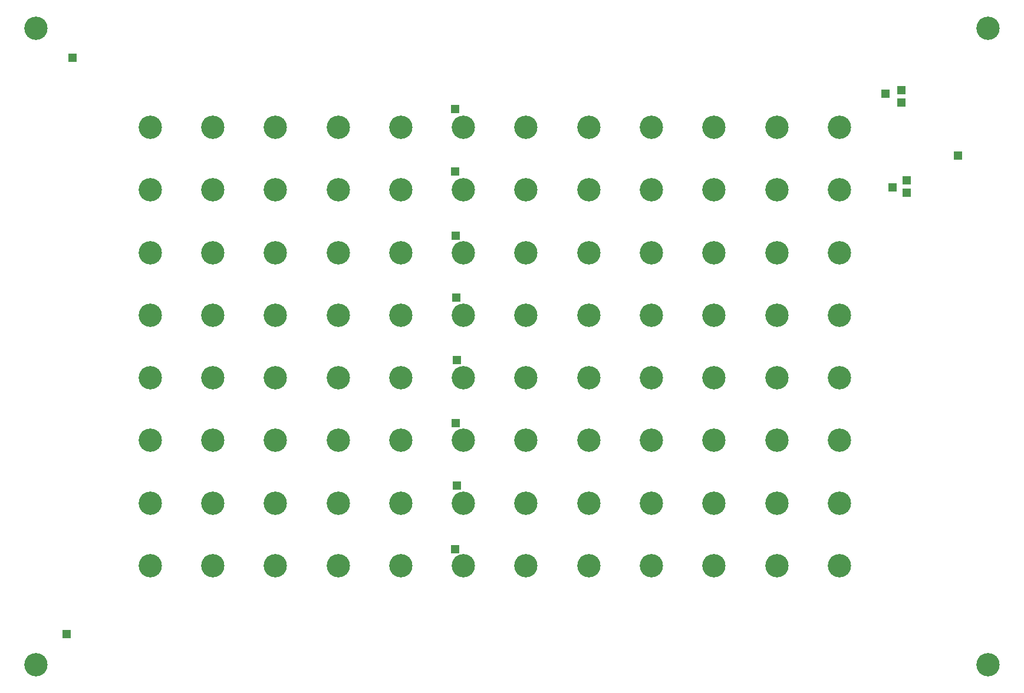
<source format=gbs>
G75*
%MOIN*%
%OFA0B0*%
%FSLAX25Y25*%
%IPPOS*%
%LPD*%
%AMOC8*
5,1,8,0,0,1.08239X$1,22.5*
%
%ADD10C,0.13198*%
%ADD11R,0.04562X0.04562*%
D10*
X0064611Y0043611D03*
X0129099Y0099674D03*
X0164532Y0099674D03*
X0199965Y0099674D03*
X0235398Y0099674D03*
X0270831Y0099674D03*
X0306265Y0099674D03*
X0341698Y0099674D03*
X0377131Y0099674D03*
X0412564Y0099674D03*
X0447997Y0099674D03*
X0483430Y0099674D03*
X0518863Y0099674D03*
X0518863Y0135107D03*
X0483430Y0135107D03*
X0447997Y0135107D03*
X0412564Y0135107D03*
X0377131Y0135107D03*
X0341698Y0135107D03*
X0306265Y0135107D03*
X0270831Y0135107D03*
X0235398Y0135107D03*
X0199965Y0135107D03*
X0164532Y0135107D03*
X0129099Y0135107D03*
X0129099Y0170540D03*
X0164532Y0170540D03*
X0199965Y0170540D03*
X0235398Y0170540D03*
X0270831Y0170540D03*
X0306265Y0170540D03*
X0341698Y0170540D03*
X0377131Y0170540D03*
X0412564Y0170540D03*
X0447997Y0170540D03*
X0483430Y0170540D03*
X0518863Y0170540D03*
X0518863Y0205973D03*
X0483430Y0205973D03*
X0447997Y0205973D03*
X0412564Y0205973D03*
X0377131Y0205973D03*
X0341698Y0205973D03*
X0306265Y0205973D03*
X0270831Y0205973D03*
X0235398Y0205973D03*
X0199965Y0205973D03*
X0164532Y0205973D03*
X0129099Y0205973D03*
X0129099Y0241406D03*
X0164532Y0241406D03*
X0199965Y0241406D03*
X0235398Y0241406D03*
X0270831Y0241406D03*
X0306265Y0241406D03*
X0341698Y0241406D03*
X0377131Y0241406D03*
X0412564Y0241406D03*
X0447997Y0241406D03*
X0483430Y0241406D03*
X0518863Y0241406D03*
X0518863Y0276839D03*
X0483430Y0276839D03*
X0447997Y0276839D03*
X0412564Y0276839D03*
X0377131Y0276839D03*
X0341698Y0276839D03*
X0306265Y0276839D03*
X0270831Y0276839D03*
X0235398Y0276839D03*
X0199965Y0276839D03*
X0164532Y0276839D03*
X0129099Y0276839D03*
X0129099Y0312272D03*
X0164532Y0312272D03*
X0199965Y0312272D03*
X0235398Y0312272D03*
X0270831Y0312272D03*
X0306265Y0312272D03*
X0341698Y0312272D03*
X0377131Y0312272D03*
X0412564Y0312272D03*
X0447997Y0312272D03*
X0483430Y0312272D03*
X0518863Y0312272D03*
X0518863Y0347706D03*
X0483430Y0347706D03*
X0447997Y0347706D03*
X0412564Y0347706D03*
X0377131Y0347706D03*
X0341698Y0347706D03*
X0306265Y0347706D03*
X0270831Y0347706D03*
X0235398Y0347706D03*
X0199965Y0347706D03*
X0164532Y0347706D03*
X0129099Y0347706D03*
X0064611Y0403769D03*
X0603036Y0403769D03*
X0603036Y0043611D03*
D11*
X0301535Y0109122D03*
X0302585Y0144972D03*
X0301785Y0180222D03*
X0302485Y0216022D03*
X0302235Y0251372D03*
X0301785Y0286472D03*
X0301535Y0322822D03*
X0301685Y0358122D03*
X0085077Y0387085D03*
X0544800Y0366800D03*
X0553800Y0368800D03*
X0553800Y0361800D03*
X0585800Y0331800D03*
X0556800Y0317800D03*
X0556800Y0310800D03*
X0548800Y0313800D03*
X0081963Y0061173D03*
M02*

</source>
